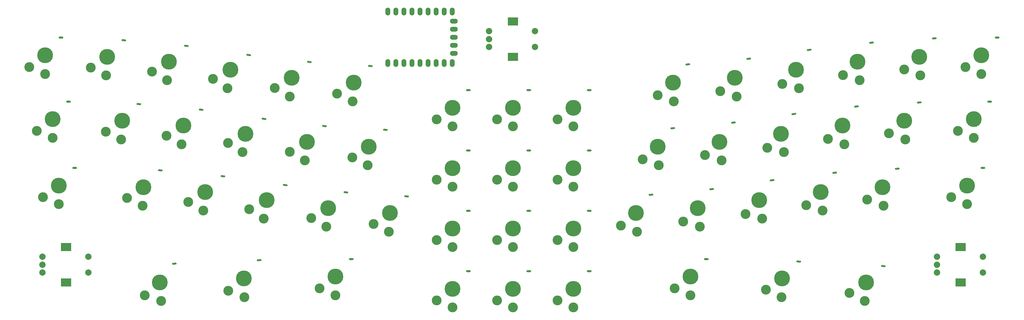
<source format=gbr>
G04 #@! TF.GenerationSoftware,KiCad,Pcbnew,9.0.0*
G04 #@! TF.CreationDate,2025-03-01T00:43:59+09:00*
G04 #@! TF.ProjectId,tijuana_lp,74696a75-616e-4615-9f6c-702e6b696361,rev?*
G04 #@! TF.SameCoordinates,Original*
G04 #@! TF.FileFunction,Soldermask,Top*
G04 #@! TF.FilePolarity,Negative*
%FSLAX46Y46*%
G04 Gerber Fmt 4.6, Leading zero omitted, Abs format (unit mm)*
G04 Created by KiCad (PCBNEW 9.0.0) date 2025-03-01 00:43:59*
%MOMM*%
%LPD*%
G01*
G04 APERTURE LIST*
G04 Aperture macros list*
%AMHorizOval*
0 Thick line with rounded ends*
0 $1 width*
0 $2 $3 position (X,Y) of the first rounded end (center of the circle)*
0 $4 $5 position (X,Y) of the second rounded end (center of the circle)*
0 Add line between two ends*
20,1,$1,$2,$3,$4,$5,0*
0 Add two circle primitives to create the rounded ends*
1,1,$1,$2,$3*
1,1,$1,$4,$5*%
G04 Aperture macros list end*
%ADD10C,2.000000*%
%ADD11R,3.200000X2.500000*%
%ADD12C,3.100000*%
%ADD13C,5.000000*%
%ADD14O,1.500000X0.600000*%
%ADD15HorizOval,0.600000X0.447535X-0.047038X-0.447535X0.047038X0*%
%ADD16HorizOval,0.600000X0.449383X0.023551X-0.449383X-0.023551X0*%
%ADD17HorizOval,0.600000X0.447535X0.047038X-0.447535X-0.047038X0*%
%ADD18HorizOval,0.600000X0.448904X-0.031390X-0.448904X0.031390X0*%
%ADD19HorizOval,0.600000X0.448904X0.031390X-0.448904X-0.031390X0*%
%ADD20HorizOval,0.600000X0.449383X-0.023551X-0.449383X0.023551X0*%
%ADD21HorizOval,0.600000X0.444460X-0.070396X-0.444460X0.070396X0*%
%ADD22HorizOval,0.600000X0.444460X0.070396X-0.444460X-0.070396X0*%
%ADD23HorizOval,0.600000X0.449726X0.015705X-0.449726X-0.015705X0*%
%ADD24HorizOval,0.600000X0.449726X-0.015705X-0.449726X0.015705X0*%
%ADD25O,1.500000X2.500000*%
%ADD26O,2.500000X1.500000*%
G04 APERTURE END LIST*
D10*
X23093600Y-96800000D03*
X23093600Y-101800000D03*
X23093600Y-99300000D03*
D11*
X30593600Y-93700000D03*
X30593600Y-104900000D03*
D10*
X37593600Y-101800000D03*
X37593600Y-96800000D03*
D12*
X166405900Y-110607200D03*
D13*
X171405900Y-106907200D03*
D12*
X171405900Y-112807200D03*
D14*
X176405900Y-101357200D03*
D12*
X57614135Y-38384789D03*
D13*
X62973500Y-35227700D03*
D12*
X62356782Y-41095379D03*
D15*
X68526242Y-30230746D03*
D12*
X107827135Y-84613889D03*
D13*
X113186500Y-81456800D03*
D12*
X112569782Y-87324479D03*
D15*
X118739242Y-76459846D03*
D12*
X290008495Y-57844509D03*
D13*
X294808000Y-53887900D03*
D12*
X295116782Y-59779814D03*
D16*
X299510683Y-48083826D03*
D12*
X18962900Y-36884200D03*
D13*
X23962900Y-33184200D03*
D12*
X23962900Y-39084200D03*
D14*
X28962900Y-27634200D03*
D12*
X231998746Y-64723373D03*
D13*
X236584600Y-60521000D03*
D12*
X237201318Y-66388679D03*
D17*
X240977078Y-54478761D03*
D12*
X101118835Y-63678089D03*
D13*
X106478200Y-60521000D03*
D12*
X105861482Y-66388679D03*
D15*
X112030942Y-55524046D03*
D12*
X277560481Y-108249405D03*
D13*
X282806400Y-104907200D03*
D12*
X282394837Y-110792828D03*
D18*
X288181369Y-99719502D03*
D12*
X55363879Y-108946969D03*
D13*
X60093600Y-104907200D03*
D12*
X60505163Y-110792828D03*
D19*
X64694272Y-99021937D03*
D12*
X311722000Y-57077000D03*
D13*
X316722000Y-53377000D03*
D12*
X316722000Y-59277000D03*
D14*
X321722000Y-47827000D03*
D12*
X166405900Y-53457200D03*
D13*
X171405900Y-49757200D03*
D12*
X171405900Y-55657200D03*
D14*
X176405900Y-44207200D03*
D12*
X49778409Y-78258449D03*
D13*
X54965200Y-74825200D03*
D12*
X54656418Y-80717114D03*
D20*
X60248812Y-69544486D03*
D12*
X43068009Y-57321149D03*
D13*
X48254800Y-53887900D03*
D12*
X47946018Y-59779814D03*
D20*
X53538412Y-48607186D03*
D12*
X110490400Y-106754700D03*
D13*
X115490400Y-103054700D03*
D12*
X115490400Y-108954700D03*
D14*
X120490400Y-97504700D03*
D12*
X76827751Y-40649675D03*
D13*
X82345000Y-37777400D03*
D12*
X81422037Y-43604761D03*
D21*
X88151653Y-33077902D03*
D12*
X217068195Y-45816809D03*
D13*
X221867700Y-41860200D03*
D12*
X222176482Y-47752114D03*
D16*
X226570383Y-36056126D03*
D12*
X120769909Y-65487349D03*
D13*
X125956700Y-62054100D03*
D12*
X125647918Y-67946014D03*
D20*
X131240312Y-56773386D03*
D12*
X166405900Y-91557200D03*
D13*
X171405900Y-87857200D03*
D12*
X171405900Y-93757200D03*
D14*
X176405900Y-82307200D03*
D12*
X225127646Y-85659173D03*
D13*
X229713500Y-81456800D03*
D12*
X230330218Y-87324479D03*
D17*
X234105978Y-75414561D03*
D12*
X205434595Y-86945609D03*
D13*
X210234100Y-82989000D03*
D12*
X210542882Y-88880914D03*
D16*
X214936783Y-77184926D03*
D12*
X127479109Y-86422249D03*
D13*
X132665900Y-82989000D03*
D12*
X132357118Y-88880914D03*
D20*
X137949512Y-77708286D03*
D12*
X185455900Y-53457200D03*
D13*
X190455900Y-49757200D03*
D12*
X190455900Y-55657200D03*
D14*
X195455900Y-44207200D03*
D12*
X251597066Y-62407619D03*
D13*
X255956700Y-57971000D03*
D12*
X256879663Y-63798361D03*
D22*
X260026930Y-51707157D03*
D12*
X270743146Y-59623773D03*
D13*
X275329000Y-55421400D03*
D12*
X275945718Y-61289079D03*
D17*
X279721478Y-49379161D03*
D12*
X147355900Y-53457200D03*
D13*
X152355900Y-49757200D03*
D12*
X152355900Y-55657200D03*
D14*
X157355900Y-44207200D03*
D12*
X283135295Y-78781809D03*
D13*
X287934800Y-74825200D03*
D12*
X288243582Y-80717114D03*
D16*
X292637483Y-69021126D03*
D12*
X69084335Y-79514489D03*
D13*
X74443700Y-76357400D03*
D12*
X73826982Y-82225079D03*
D15*
X79996442Y-71360446D03*
D12*
X185455900Y-72507200D03*
D13*
X190455900Y-68807200D03*
D12*
X190455900Y-74707200D03*
D14*
X195455900Y-63257200D03*
D12*
X256358166Y-42214019D03*
D13*
X260717800Y-37777400D03*
D12*
X261640763Y-43604761D03*
D22*
X264788030Y-31513557D03*
D12*
X309611200Y-78014800D03*
D13*
X314611200Y-74314800D03*
D12*
X314611200Y-80214800D03*
D14*
X319611200Y-68764800D03*
D12*
X116008209Y-45293449D03*
D13*
X121195000Y-41860200D03*
D12*
X120886218Y-47752114D03*
D20*
X126478612Y-36579486D03*
D12*
X21340800Y-57077000D03*
D13*
X26340800Y-53377000D03*
D12*
X26340800Y-59277000D03*
D14*
X31340800Y-47827000D03*
D12*
X81725774Y-107515244D03*
D13*
X86593600Y-103643000D03*
D12*
X86799507Y-109539406D03*
D23*
X91396862Y-97921883D03*
D12*
X62211635Y-58578489D03*
D13*
X67571000Y-55421400D03*
D12*
X66954282Y-61289079D03*
D15*
X73123742Y-50424446D03*
D12*
X81588851Y-60843275D03*
D13*
X87106100Y-57971000D03*
D12*
X86183137Y-63798361D03*
D21*
X92912753Y-53271502D03*
D12*
X88297951Y-81779475D03*
D13*
X93815200Y-78907200D03*
D12*
X92892237Y-84734561D03*
D21*
X99621853Y-74207702D03*
D12*
X236760546Y-44530173D03*
D13*
X241346400Y-40327800D03*
D12*
X241963118Y-46195479D03*
D17*
X245738878Y-34285561D03*
D12*
X185455900Y-91557200D03*
D13*
X190455900Y-87857200D03*
D12*
X190455900Y-93757200D03*
D14*
X195455900Y-82307200D03*
D12*
X23288800Y-78014800D03*
D13*
X28288800Y-74314800D03*
D12*
X28288800Y-80214800D03*
D14*
X33288800Y-68764800D03*
D12*
X251180318Y-107166249D03*
D13*
X256306400Y-103643000D03*
D12*
X256100493Y-109539406D03*
D24*
X261497046Y-98270878D03*
D12*
X244725166Y-83343819D03*
D13*
X249084800Y-78907200D03*
D12*
X250007763Y-84734561D03*
D22*
X253155030Y-72643357D03*
D12*
X294768395Y-37651609D03*
D13*
X299567900Y-33695000D03*
D12*
X299876682Y-39586914D03*
D16*
X304270583Y-27890926D03*
D12*
X212306595Y-66010709D03*
D13*
X217106100Y-62054100D03*
D12*
X217414882Y-67946014D03*
D16*
X221808783Y-56250026D03*
D12*
X275503446Y-39430073D03*
D13*
X280089300Y-35227700D03*
D12*
X280706018Y-41095379D03*
D17*
X284481778Y-29185461D03*
D12*
X222409600Y-106754700D03*
D13*
X227409600Y-103054700D03*
D12*
X227409600Y-108954700D03*
D14*
X232409600Y-97504700D03*
D12*
X263870446Y-80559773D03*
D13*
X268456300Y-76357400D03*
D12*
X269073018Y-82225079D03*
D17*
X272848778Y-70315161D03*
D12*
X147355900Y-91557200D03*
D13*
X152355900Y-87857200D03*
D12*
X152355900Y-93757200D03*
D14*
X157355900Y-82307200D03*
D12*
X166405900Y-72507200D03*
D13*
X171405900Y-68807200D03*
D12*
X171405900Y-74707200D03*
D14*
X176405900Y-63257200D03*
D12*
X96357035Y-43484889D03*
D13*
X101716400Y-40327800D03*
D12*
X101099682Y-46195479D03*
D15*
X107269142Y-35330846D03*
D12*
X147355900Y-72507200D03*
D13*
X152355900Y-68807200D03*
D12*
X152355900Y-74707200D03*
D14*
X157355900Y-63257200D03*
D10*
X305093600Y-96800000D03*
X305093600Y-101800000D03*
X305093600Y-99300000D03*
D11*
X312593600Y-93700000D03*
X312593600Y-104900000D03*
D10*
X319593600Y-101800000D03*
X319593600Y-96800000D03*
X163905900Y-25600000D03*
X163905900Y-30600000D03*
X163905900Y-28100000D03*
D11*
X171405900Y-22500000D03*
X171405900Y-33700000D03*
D10*
X178405900Y-30600000D03*
X178405900Y-25600000D03*
D12*
X314099900Y-36884200D03*
D13*
X319099900Y-33184200D03*
D12*
X319099900Y-39084200D03*
D14*
X324099900Y-27634200D03*
D12*
X38308109Y-37128249D03*
D13*
X43494900Y-33695000D03*
D12*
X43186118Y-39586914D03*
D20*
X48778512Y-28414286D03*
D12*
X147355900Y-110607200D03*
D13*
X152355900Y-106907200D03*
D12*
X152355900Y-112807200D03*
D14*
X157355900Y-101357200D03*
D12*
X185455900Y-110607200D03*
D13*
X190455900Y-106907200D03*
D12*
X190455900Y-112807200D03*
D14*
X195455900Y-101357200D03*
D25*
X132020000Y-35640000D03*
X134560000Y-35640000D03*
X137100000Y-35640000D03*
X139640000Y-35640000D03*
X142180000Y-35640000D03*
X144720000Y-35640000D03*
X147260000Y-35640000D03*
X149800000Y-35640000D03*
X152340000Y-35640000D03*
D26*
X152840000Y-32600000D03*
X152840000Y-30060000D03*
X152840000Y-27520000D03*
X152840000Y-24980000D03*
X152840000Y-22440000D03*
D25*
X152340000Y-19400000D03*
X149800000Y-19400000D03*
X147260000Y-19400000D03*
X144720000Y-19400000D03*
X142180000Y-19400000D03*
X139640000Y-19400000D03*
X137100000Y-19400000D03*
X134560000Y-19400000D03*
X132020000Y-19400000D03*
M02*

</source>
